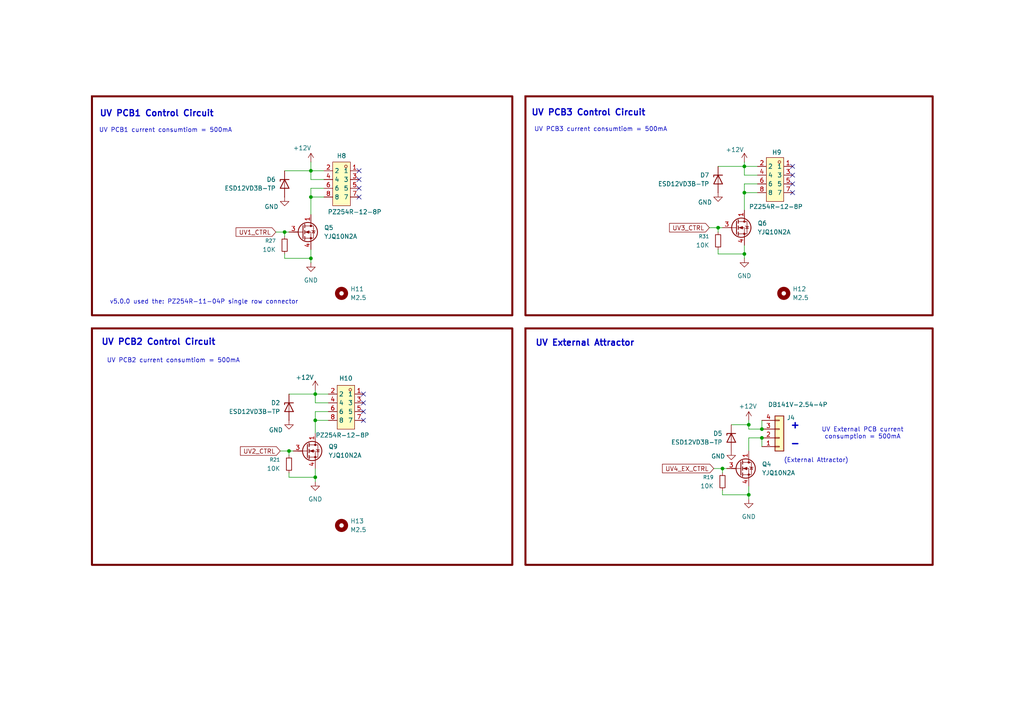
<source format=kicad_sch>
(kicad_sch (version 20250114) (generator "eeschema") (generator_version "9.0")
  (paper "A4")
  (title_block (title "MothBox") (date "2025-09-29") (rev "5.0.2") (company "Digital Naturalism Laboritories"))
  (lib_symbols
    (symbol "Mechanical:MountingHole" (pin_names (offset 1.016)) (in_bom no)
      (property "Reference" "H" (at 0 5.08 0))
      (property "Value" "MountingHole" (at 0 3.175 0))
      (symbol "MountingHole_0_1"
        (circle (center 0 0) (radius 1.27) (stroke (width 1.27)))
      )
    )
    (symbol "MothBox_Symbol_Library:+12V" (power) (pin_numbers (hide yes)) (pin_names (offset 0) (hide yes))
      (property "Value" "+12V" (at 0 3.556 0))
      (symbol "+12V_0_1"
        (polyline (pts (xy -0.762 1.27) (xy 0 2.54)))
        (polyline (pts (xy 0 2.54) (xy 0.762 1.27)))
        (polyline (pts (xy 0 0) (xy 0 2.54)))
      )
      (symbol "+12V_1_1"
        (pin power_in line (at 0 0 90) (length 0) (name "~") (number "1"))
      )
    )
    (symbol "MothBox_Symbol_Library:Conn_01x04" (pin_names (offset 1.016) (hide yes))
      (property "Reference" "J" (at 0 5.08 0))
      (property "Value" "Conn_01x04" (at 0 -7.62 0))
      (symbol "Conn_01x04_1_1"
        (rectangle (start -1.27 3.81) (end 1.27 -6.35) (stroke (width 0.254)) (fill (type background)))
        (rectangle (start -1.27 2.667) (end 0 2.413) (stroke (width 0.1524)))
        (rectangle (start -1.27 0.127) (end 0 -0.127) (stroke (width 0.1524)))
        (rectangle (start -1.27 -2.413) (end 0 -2.667) (stroke (width 0.1524)))
        (rectangle (start -1.27 -4.953) (end 0 -5.207) (stroke (width 0.1524)))
        (pin passive line (at -5.08 2.54 0) (length 3.81) (name "Pin_1") (number "1"))
        (pin passive line (at -5.08 0 0) (length 3.81) (name "Pin_2") (number "2"))
        (pin passive line (at -5.08 -2.54 0) (length 3.81) (name "Pin_3") (number "3"))
        (pin passive line (at -5.08 -5.08 0) (length 3.81) (name "Pin_4") (number "4"))
      )
    )
    (symbol "MothBox_Symbol_Library:ESD5Zxx" (pin_numbers (hide yes)) (pin_names (hide yes))
      (property "Reference" "D" (at 0 2.54 0))
      (property "Value" "ESD5Zxx" (at 0 -2.54 0))
      (symbol "ESD5Zxx_0_1"
        (polyline (pts (xy -1.27 -1.27) (xy -1.27 1.27) (xy -0.762 1.27)) (stroke (width 0.254)))
        (polyline (pts (xy 1.27 0) (xy -1.27 0)))
        (polyline (pts (xy 1.27 -1.27) (xy 1.27 1.27) (xy -1.27 0) (xy 1.27 -1.27)) (stroke (width 0.254)))
      )
      (symbol "ESD5Zxx_1_1"
        (pin passive line (at -3.81 0 0) (length 2.54) (name "K") (number "1"))
        (pin passive line (at 3.81 0 180) (length 2.54) (name "A") (number "2"))
      )
    )
    (symbol "MothBox_Symbol_Library:GND" (power) (pin_numbers (hide yes)) (pin_names (offset 0) (hide yes))
      (property "Value" "GND" (at 0 -3.81 0))
      (symbol "GND_0_1"
        (polyline (pts (xy 0 0) (xy 0 -1.27) (xy 1.27 -1.27) (xy 0 -2.54) (xy -1.27 -1.27) (xy 0 -1.27)))
      )
      (symbol "GND_1_1"
        (pin power_in line (at 0 0 270) (length 0) (name "~") (number "1"))
      )
    )
    (symbol "MothBox_Symbol_Library:PZ254R-12-8P"
      (property "Reference" "H" (at 0 8.89 0))
      (property "Value" "PZ254R-12-8P" (at 0 -8.89 0))
      (symbol "PZ254R-12-8P_0_1"
        (rectangle (start -2.54 6.35) (end 2.54 -6.35) (fill (type background)))
        (circle (center -1.27 5.08) (radius 0.38))
        (pin unspecified line (at -5.08 3.81 0) (length 2.54) (name "1") (number "1"))
        (pin unspecified line (at -5.08 1.27 0) (length 2.54) (name "3") (number "3"))
        (pin unspecified line (at -5.08 -1.27 0) (length 2.54) (name "5") (number "5"))
        (pin unspecified line (at -5.08 -3.81 0) (length 2.54) (name "7") (number "7"))
        (pin unspecified line (at 5.08 3.81 180) (length 2.54) (name "2") (number "2"))
        (pin unspecified line (at 5.08 1.27 180) (length 2.54) (name "4") (number "4"))
        (pin unspecified line (at 5.08 -1.27 180) (length 2.54) (name "6") (number "6"))
        (pin unspecified line (at 5.08 -3.81 180) (length 2.54) (name "8") (number "8"))
      )
    )
    (symbol "MothBox_Symbol_Library:R_Small" (pin_numbers (hide yes)) (pin_names (offset 0.254) (hide yes))
      (property "Reference" "R" (at 0 0 90))
      (property "Value" "R_Small" (at 1.778 0 90))
      (symbol "R_Small_0_1"
        (rectangle (start -0.762 1.778) (end 0.762 -1.778) (stroke (width 0.2032)))
      )
      (symbol "R_Small_1_1"
        (pin passive line (at 0 2.54 270) (length 0.762) (name "~") (number "1"))
        (pin passive line (at 0 -2.54 90) (length 0.762) (name "~") (number "2"))
      )
    )
    (symbol "MothBox_Symbol_Library:YJQ10N2A_1" (pin_names (hide yes))
      (property "Reference" "Q" (at 5.08 1.905 0))
      (property "Value" "YJQ10N2A" (at 5.08 0 0))
      (symbol "YJQ10N2A_1_0_1"
        (polyline (pts (xy 0.254 1.905) (xy 0.254 -1.905)) (stroke (width 0.254)))
        (polyline (pts (xy 0.254 0) (xy -2.54 0)))
        (polyline (pts (xy 0.762 2.286) (xy 0.762 1.27)) (stroke (width 0.254)))
        (polyline (pts (xy 0.762 0.508) (xy 0.762 -0.508)) (stroke (width 0.254)))
        (polyline (pts (xy 0.762 -1.27) (xy 0.762 -2.286)) (stroke (width 0.254)))
        (polyline (pts (xy 0.762 -1.778) (xy 3.302 -1.778) (xy 3.302 1.778) (xy 0.762 1.778)))
        (polyline (pts (xy 1.016 0) (xy 2.032 0.381) (xy 2.032 -0.381) (xy 1.016 0)) (fill (type outline)))
        (circle (center 1.651 0) (radius 2.794) (stroke (width 0.254)))
        (polyline (pts (xy 2.54 2.54) (xy 2.54 1.778)))
        (circle (center 2.54 1.778) (radius 0.254) (fill (type outline)))
        (circle (center 2.54 -1.778) (radius 0.254) (fill (type outline)))
        (polyline (pts (xy 2.54 -2.54) (xy 2.54 0) (xy 0.762 0)))
        (polyline (pts (xy 2.794 0.508) (xy 2.921 0.381) (xy 3.683 0.381) (xy 3.81 0.254)))
        (polyline (pts (xy 3.302 0.381) (xy 2.921 -0.254) (xy 3.683 -0.254) (xy 3.302 0.381)))
      )
      (symbol "YJQ10N2A_1_1_1"
        (pin input line (at -3.81 0 0) (length 2.54) (name "G") (number "3"))
        (pin passive line (at 2.54 5.08 270) (length 2.54) (name "D") (number "1"))
        (pin passive line (at 2.54 5.08 270) (length 2.54) (hide yes) (name "D") (number "2"))
        (pin passive line (at 2.54 5.08 270) (length 2.54) (hide yes) (name "D") (number "5"))
        (pin passive line (at 2.54 5.08 270) (length 2.54) (hide yes) (name "D") (number "6"))
        (pin passive line (at 2.54 5.08 270) (length 2.54) (hide yes) (name "D") (number "8"))
        (pin passive line (at 2.54 -5.08 90) (length 2.54) (name "S") (number "4"))
        (pin passive line (at 2.54 -5.08 90) (length 2.54) (hide yes) (name "S") (number "7"))
      )
    )
    (symbol "YJQ10N2A_1_1_1_1_1" (pin_names (hide yes))
      (property "Reference" "Q" (at 5.08 1.905 0))
      (property "Value" "YJQ10N2A" (at 5.08 0 0))
      (symbol "YJQ10N2A_1_1_1_1_1_0_1"
        (polyline (pts (xy 0.254 1.905) (xy 0.254 -1.905)) (stroke (width 0.254)))
        (polyline (pts (xy 0.254 0) (xy -2.54 0)))
        (polyline (pts (xy 0.762 2.286) (xy 0.762 1.27)) (stroke (width 0.254)))
        (polyline (pts (xy 0.762 0.508) (xy 0.762 -0.508)) (stroke (width 0.254)))
        (polyline (pts (xy 0.762 -1.27) (xy 0.762 -2.286)) (stroke (width 0.254)))
        (polyline (pts (xy 0.762 -1.778) (xy 3.302 -1.778) (xy 3.302 1.778) (xy 0.762 1.778)))
        (polyline (pts (xy 1.016 0) (xy 2.032 0.381) (xy 2.032 -0.381) (xy 1.016 0)) (fill (type outline)))
        (circle (center 1.651 0) (radius 2.794) (stroke (width 0.254)))
        (polyline (pts (xy 2.54 2.54) (xy 2.54 1.778)))
        (circle (center 2.54 1.778) (radius 0.254) (fill (type outline)))
        (circle (center 2.54 -1.778) (radius 0.254) (fill (type outline)))
        (polyline (pts (xy 2.54 -2.54) (xy 2.54 0) (xy 0.762 0)))
        (polyline (pts (xy 2.794 0.508) (xy 2.921 0.381) (xy 3.683 0.381) (xy 3.81 0.254)))
        (polyline (pts (xy 3.302 0.381) (xy 2.921 -0.254) (xy 3.683 -0.254) (xy 3.302 0.381)))
      )
      (symbol "YJQ10N2A_1_1_1_1_1_1_1"
        (pin input line (at -3.81 0 0) (length 2.54) (name "G") (number "3"))
        (pin passive line (at 2.54 5.08 270) (length 2.54) (name "D") (number "1"))
        (pin passive line (at 2.54 5.08 270) (length 2.54) (hide yes) (name "D") (number "2"))
        (pin passive line (at 2.54 5.08 270) (length 2.54) (hide yes) (name "D") (number "3"))
        (pin passive line (at 2.54 5.08 270) (length 2.54) (hide yes) (name "D") (number "5"))
        (pin passive line (at 2.54 5.08 270) (length 2.54) (hide yes) (name "D") (number "6"))
        (pin passive line (at 2.54 5.08 270) (length 2.54) (hide yes) (name "D") (number "8"))
        (pin passive line (at 2.54 -5.08 90) (length 2.54) (name "S") (number "4"))
        (pin passive line (at 2.54 -5.08 90) (length 2.54) (hide yes) (name "S") (number "7"))
      )
    )
    (symbol "YJQ10N2A_2_1_1_1_1" (pin_names (hide yes))
      (property "Reference" "Q" (at 5.08 1.905 0))
      (property "Value" "YJQ10N2A" (at 5.08 0 0))
      (symbol "YJQ10N2A_2_1_1_1_1_0_1"
        (polyline (pts (xy 0.254 1.905) (xy 0.254 -1.905)) (stroke (width 0.254)))
        (polyline (pts (xy 0.254 0) (xy -2.54 0)))
        (polyline (pts (xy 0.762 2.286) (xy 0.762 1.27)) (stroke (width 0.254)))
        (polyline (pts (xy 0.762 0.508) (xy 0.762 -0.508)) (stroke (width 0.254)))
        (polyline (pts (xy 0.762 -1.27) (xy 0.762 -2.286)) (stroke (width 0.254)))
        (polyline (pts (xy 0.762 -1.778) (xy 3.302 -1.778) (xy 3.302 1.778) (xy 0.762 1.778)))
        (polyline (pts (xy 1.016 0) (xy 2.032 0.381) (xy 2.032 -0.381) (xy 1.016 0)) (fill (type outline)))
        (circle (center 1.651 0) (radius 2.794) (stroke (width 0.254)))
        (polyline (pts (xy 2.54 2.54) (xy 2.54 1.778)))
        (circle (center 2.54 1.778) (radius 0.254) (fill (type outline)))
        (circle (center 2.54 -1.778) (radius 0.254) (fill (type outline)))
        (polyline (pts (xy 2.54 -2.54) (xy 2.54 0) (xy 0.762 0)))
        (polyline (pts (xy 2.794 0.508) (xy 2.921 0.381) (xy 3.683 0.381) (xy 3.81 0.254)))
        (polyline (pts (xy 3.302 0.381) (xy 2.921 -0.254) (xy 3.683 -0.254) (xy 3.302 0.381)))
      )
      (symbol "YJQ10N2A_2_1_1_1_1_1_1"
        (pin input line (at -3.81 0 0) (length 2.54) (name "G") (number "3"))
        (pin passive line (at 2.54 5.08 270) (length 2.54) (name "D") (number "1"))
        (pin passive line (at 2.54 5.08 270) (length 2.54) (hide yes) (name "D") (number "2"))
        (pin passive line (at 2.54 5.08 270) (length 2.54) (hide yes) (name "D") (number "3"))
        (pin passive line (at 2.54 5.08 270) (length 2.54) (hide yes) (name "D") (number "5"))
        (pin passive line (at 2.54 5.08 270) (length 2.54) (hide yes) (name "D") (number "6"))
        (pin passive line (at 2.54 5.08 270) (length 2.54) (hide yes) (name "D") (number "8"))
        (pin passive line (at 2.54 -5.08 90) (length 2.54) (name "S") (number "4"))
        (pin passive line (at 2.54 -5.08 90) (length 2.54) (hide yes) (name "S") (number "7"))
      )
    )
    (symbol "YJQ10N2A_3_1_1_1_1" (pin_names (hide yes))
      (property "Reference" "Q" (at 5.08 1.905 0))
      (property "Value" "YJQ10N2A" (at 5.08 0 0))
      (symbol "YJQ10N2A_3_1_1_1_1_0_1"
        (polyline (pts (xy 0.254 1.905) (xy 0.254 -1.905)) (stroke (width 0.254)))
        (polyline (pts (xy 0.254 0) (xy -2.54 0)))
        (polyline (pts (xy 0.762 2.286) (xy 0.762 1.27)) (stroke (width 0.254)))
        (polyline (pts (xy 0.762 0.508) (xy 0.762 -0.508)) (stroke (width 0.254)))
        (polyline (pts (xy 0.762 -1.27) (xy 0.762 -2.286)) (stroke (width 0.254)))
        (polyline (pts (xy 0.762 -1.778) (xy 3.302 -1.778) (xy 3.302 1.778) (xy 0.762 1.778)))
        (polyline (pts (xy 1.016 0) (xy 2.032 0.381) (xy 2.032 -0.381) (xy 1.016 0)) (fill (type outline)))
        (circle (center 1.651 0) (radius 2.794) (stroke (width 0.254)))
        (polyline (pts (xy 2.54 2.54) (xy 2.54 1.778)))
        (circle (center 2.54 1.778) (radius 0.254) (fill (type outline)))
        (circle (center 2.54 -1.778) (radius 0.254) (fill (type outline)))
        (polyline (pts (xy 2.54 -2.54) (xy 2.54 0) (xy 0.762 0)))
        (polyline (pts (xy 2.794 0.508) (xy 2.921 0.381) (xy 3.683 0.381) (xy 3.81 0.254)))
        (polyline (pts (xy 3.302 0.381) (xy 2.921 -0.254) (xy 3.683 -0.254) (xy 3.302 0.381)))
      )
      (symbol "YJQ10N2A_3_1_1_1_1_1_1"
        (pin input line (at -3.81 0 0) (length 2.54) (name "G") (number "3"))
        (pin passive line (at 2.54 5.08 270) (length 2.54) (name "D") (number "1"))
        (pin passive line (at 2.54 5.08 270) (length 2.54) (hide yes) (name "D") (number "2"))
        (pin passive line (at 2.54 5.08 270) (length 2.54) (hide yes) (name "D") (number "3"))
        (pin passive line (at 2.54 5.08 270) (length 2.54) (hide yes) (name "D") (number "5"))
        (pin passive line (at 2.54 5.08 270) (length 2.54) (hide yes) (name "D") (number "6"))
        (pin passive line (at 2.54 5.08 270) (length 2.54) (hide yes) (name "D") (number "8"))
        (pin passive line (at 2.54 -5.08 90) (length 2.54) (name "S") (number "4"))
        (pin passive line (at 2.54 -5.08 90) (length 2.54) (hide yes) (name "S") (number "7"))
      )
    )
    (symbol "YJQ10N2A_4_1_1_1_1" (pin_names (hide yes))
      (property "Reference" "Q" (at 5.08 1.905 0))
      (property "Value" "YJQ10N2A" (at 5.08 0 0))
      (symbol "YJQ10N2A_4_1_1_1_1_0_1"
        (polyline (pts (xy 0.254 1.905) (xy 0.254 -1.905)) (stroke (width 0.254)))
        (polyline (pts (xy 0.254 0) (xy -2.54 0)))
        (polyline (pts (xy 0.762 2.286) (xy 0.762 1.27)) (stroke (width 0.254)))
        (polyline (pts (xy 0.762 0.508) (xy 0.762 -0.508)) (stroke (width 0.254)))
        (polyline (pts (xy 0.762 -1.27) (xy 0.762 -2.286)) (stroke (width 0.254)))
        (polyline (pts (xy 0.762 -1.778) (xy 3.302 -1.778) (xy 3.302 1.778) (xy 0.762 1.778)))
        (polyline (pts (xy 1.016 0) (xy 2.032 0.381) (xy 2.032 -0.381) (xy 1.016 0)) (fill (type outline)))
        (circle (center 1.651 0) (radius 2.794) (stroke (width 0.254)))
        (polyline (pts (xy 2.54 2.54) (xy 2.54 1.778)))
        (circle (center 2.54 1.778) (radius 0.254) (fill (type outline)))
        (circle (center 2.54 -1.778) (radius 0.254) (fill (type outline)))
        (polyline (pts (xy 2.54 -2.54) (xy 2.54 0) (xy 0.762 0)))
        (polyline (pts (xy 2.794 0.508) (xy 2.921 0.381) (xy 3.683 0.381) (xy 3.81 0.254)))
        (polyline (pts (xy 3.302 0.381) (xy 2.921 -0.254) (xy 3.683 -0.254) (xy 3.302 0.381)))
      )
      (symbol "YJQ10N2A_4_1_1_1_1_1_1"
        (pin input line (at -3.81 0 0) (length 2.54) (name "G") (number "3"))
        (pin passive line (at 2.54 5.08 270) (length 2.54) (name "D") (number "1"))
        (pin passive line (at 2.54 5.08 270) (length 2.54) (hide yes) (name "D") (number "2"))
        (pin passive line (at 2.54 5.08 270) (length 2.54) (hide yes) (name "D") (number "3"))
        (pin passive line (at 2.54 5.08 270) (length 2.54) (hide yes) (name "D") (number "5"))
        (pin passive line (at 2.54 5.08 270) (length 2.54) (hide yes) (name "D") (number "6"))
        (pin passive line (at 2.54 5.08 270) (length 2.54) (hide yes) (name "D") (number "8"))
        (pin passive line (at 2.54 -5.08 90) (length 2.54) (name "S") (number "4"))
        (pin passive line (at 2.54 -5.08 90) (length 2.54) (hide yes) (name "S") (number "7"))
      )
    )
  )
  (rectangle (start 26.67 27.94) (end 148.59 91.44) (stroke (width 0.5842) (color 110 0 0 1)))
  (rectangle (start 152.4 27.94) (end 270.51 91.44) (stroke (width 0.5842) (color 110 0 0 1)))
  (rectangle (start 152.4 95.25) (end 270.51 163.83) (stroke (width 0.5842) (color 110 0 0 1)))
  (rectangle (start 26.67 95.25) (end 148.59 163.83) (stroke (width 0.5842) (color 110 0 0 1)))
  (text "UV External Attractor" (at 169.672 99.568 0) (effects (font (size 1.778 1.778) (thickness 0.3556) (bold yes))))
  (text "(External Attractor)" (at 236.728 133.604 0) (effects (font (size 1.27 1.27))))
  (text "UV PCB1 Control Circuit" (at 45.466 33.02 0) (effects (font (size 1.778 1.778) (thickness 0.3556) (bold yes))))
  (text "UV PCB3 Control Circuit" (at 170.688 32.766 0) (effects (font (size 1.778 1.778) (thickness 0.3556) (bold yes))))
  (text "UV PCB1 current consumtiom = 500mA" (at 48.006 37.846 0) (effects (font (size 1.27 1.27))))
  (text "UV PCB2 current consumtiom = 500mA" (at 50.292 104.648 0) (effects (font (size 1.27 1.27))))
  (text "-" (at 230.632 128.778 0) (effects (font (size 2 2) (thickness 0.4) (bold yes))))
  (text "v5.0.0 used the: PZ254R-11-04P single row connector" (at 59.182 87.63 0) (effects (font (size 1.27 1.27))))
  (text "+" (at 230.632 123.444 0) (effects (font (size 2 2) (thickness 0.4) (bold yes))))
  (text "UV PCB3 current consumtiom = 500mA" (at 174.244 37.592 0) (effects (font (size 1.27 1.27))))
  (text "UV PCB2 Control Circuit" (at 45.974 99.314 0) (effects (font (size 1.778 1.778) (thickness 0.3556) (bold yes))))
  (text "UV External PCB current\nconsumption = 500mA" (at 250.19 125.73 0) (effects (font (size 1.27 1.27))))
  (junction (at 83.82 130.81))
  (junction (at 217.17 143.51))
  (junction (at 215.9 55.88))
  (junction (at 220.98 124.46))
  (junction (at 215.9 48.26))
  (junction (at 82.55 67.31))
  (junction (at 91.44 121.92))
  (junction (at 209.55 135.89))
  (junction (at 220.98 127))
  (junction (at 208.28 66.04))
  (junction (at 217.17 123.19))
  (junction (at 215.9 73.66))
  (junction (at 90.17 57.15))
  (junction (at 91.44 138.43))
  (junction (at 90.17 74.93))
  (junction (at 90.17 49.53))
  (junction (at 91.44 114.3))
  (no_connect (at 229.87 50.8))
  (no_connect (at 105.41 116.84))
  (no_connect (at 229.87 48.26))
  (no_connect (at 229.87 55.88))
  (no_connect (at 105.41 119.38))
  (no_connect (at 104.14 52.07))
  (no_connect (at 104.14 57.15))
  (no_connect (at 104.14 54.61))
  (no_connect (at 105.41 114.3))
  (no_connect (at 105.41 121.92))
  (no_connect (at 104.14 49.53))
  (no_connect (at 229.87 53.34))
  (wire (pts (xy 219.71 53.34) (xy 215.9 53.34)))
  (wire (pts (xy 207.01 135.89) (xy 209.55 135.89)))
  (wire (pts (xy 91.44 121.92) (xy 91.44 119.38)))
  (wire (pts (xy 93.98 54.61) (xy 90.17 54.61)))
  (wire (pts (xy 82.55 74.93) (xy 90.17 74.93)))
  (wire (pts (xy 83.82 114.3) (xy 91.44 114.3)))
  (wire (pts (xy 209.55 135.89) (xy 209.55 137.16)))
  (wire (pts (xy 83.82 137.16) (xy 83.82 138.43)))
  (wire (pts (xy 220.98 127) (xy 220.98 129.54)))
  (wire (pts (xy 217.17 127) (xy 220.98 127)))
  (wire (pts (xy 217.17 124.46) (xy 220.98 124.46)))
  (wire (pts (xy 90.17 57.15) (xy 90.17 62.23)))
  (wire (pts (xy 209.55 142.24) (xy 209.55 143.51)))
  (wire (pts (xy 83.82 130.81) (xy 85.09 130.81)))
  (wire (pts (xy 95.25 114.3) (xy 91.44 114.3)))
  (wire (pts (xy 91.44 121.92) (xy 95.25 121.92)))
  (wire (pts (xy 215.9 55.88) (xy 215.9 53.34)))
  (wire (pts (xy 215.9 46.99) (xy 215.9 48.26)))
  (wire (pts (xy 91.44 121.92) (xy 91.44 125.73)))
  (wire (pts (xy 217.17 127) (xy 217.17 130.81)))
  (wire (pts (xy 91.44 116.84) (xy 91.44 114.3)))
  (wire (pts (xy 93.98 57.15) (xy 90.17 57.15)))
  (wire (pts (xy 95.25 119.38) (xy 91.44 119.38)))
  (wire (pts (xy 91.44 138.43) (xy 91.44 139.7)))
  (wire (pts (xy 219.71 48.26) (xy 215.9 48.26)))
  (wire (pts (xy 209.55 143.51) (xy 217.17 143.51)))
  (wire (pts (xy 82.55 67.31) (xy 82.55 68.58)))
  (wire (pts (xy 93.98 49.53) (xy 90.17 49.53)))
  (wire (pts (xy 90.17 54.61) (xy 90.17 57.15)))
  (wire (pts (xy 81.28 130.81) (xy 83.82 130.81)))
  (wire (pts (xy 208.28 73.66) (xy 215.9 73.66)))
  (wire (pts (xy 82.55 73.66) (xy 82.55 74.93)))
  (wire (pts (xy 90.17 72.39) (xy 90.17 74.93)))
  (wire (pts (xy 82.55 49.53) (xy 90.17 49.53)))
  (wire (pts (xy 83.82 130.81) (xy 83.82 132.08)))
  (wire (pts (xy 90.17 46.99) (xy 90.17 49.53)))
  (wire (pts (xy 91.44 135.89) (xy 91.44 138.43)))
  (wire (pts (xy 215.9 55.88) (xy 215.9 60.96)))
  (wire (pts (xy 217.17 121.92) (xy 217.17 123.19)))
  (wire (pts (xy 208.28 48.26) (xy 215.9 48.26)))
  (wire (pts (xy 208.28 72.39) (xy 208.28 73.66)))
  (wire (pts (xy 219.71 55.88) (xy 215.9 55.88)))
  (wire (pts (xy 217.17 123.19) (xy 217.17 124.46)))
  (wire (pts (xy 91.44 113.03) (xy 91.44 114.3)))
  (wire (pts (xy 205.74 66.04) (xy 208.28 66.04)))
  (wire (pts (xy 215.9 71.12) (xy 215.9 73.66)))
  (wire (pts (xy 217.17 143.51) (xy 217.17 144.78)))
  (wire (pts (xy 90.17 52.07) (xy 90.17 49.53)))
  (wire (pts (xy 217.17 140.97) (xy 217.17 143.51)))
  (wire (pts (xy 215.9 50.8) (xy 215.9 48.26)))
  (wire (pts (xy 82.55 67.31) (xy 83.82 67.31)))
  (wire (pts (xy 212.09 123.19) (xy 217.17 123.19)))
  (wire (pts (xy 209.55 135.89) (xy 210.82 135.89)))
  (wire (pts (xy 90.17 74.93) (xy 90.17 76.2)))
  (wire (pts (xy 80.01 67.31) (xy 82.55 67.31)))
  (wire (pts (xy 215.9 73.66) (xy 215.9 74.93)))
  (wire (pts (xy 95.25 116.84) (xy 91.44 116.84)))
  (wire (pts (xy 93.98 52.07) (xy 90.17 52.07)))
  (wire (pts (xy 83.82 138.43) (xy 91.44 138.43)))
  (wire (pts (xy 220.98 121.92) (xy 220.98 124.46)))
  (wire (pts (xy 208.28 66.04) (xy 208.28 67.31)))
  (wire (pts (xy 219.71 50.8) (xy 215.9 50.8)))
  (wire (pts (xy 208.28 66.04) (xy 209.55 66.04)))
  (global_label "UV1_CTRL" (shape input) (at 80.01 67.31 180) (property "Intersheetrefs" "${INTERSHEET_REFS}" (effects (hide yes))))
  (global_label "UV4_EX_CTRL" (shape input) (at 207.01 135.89 180) (property "Intersheetrefs" "${INTERSHEET_REFS}" (effects (hide yes))))
  (global_label "UV2_CTRL" (shape input) (at 81.28 130.81 180) (property "Intersheetrefs" "${INTERSHEET_REFS}" (effects (hide yes))))
  (global_label "UV3_CTRL" (shape input) (at 205.74 66.04 180) (property "Intersheetrefs" "${INTERSHEET_REFS}" (effects (hide yes))))
  (symbol (lib_id "MothBox_Symbol_Library:GND") (at 215.9 74.93 0) (unit 1)
    (property "Reference" "#PWR042" (effects (hide yes)))
    (property "Value" "GND" (at 215.9 80.01 0))
    (property "Description" "Power symbol creates a global label with name \"GND\" , ground" (effects (hide yes)))
  )
  (symbol (lib_id "MothBox_Symbol_Library:GND") (at 217.17 144.78 0) (unit 1)
    (property "Reference" "#PWR038" (effects (hide yes)))
    (property "Value" "GND" (at 217.17 149.86 0))
    (property "Description" "Power symbol creates a global label with name \"GND\" , ground" (effects (hide yes)))
  )
  (symbol (lib_id "MothBox_Symbol_Library:+12V") (at 91.44 113.03 0) (mirror y) (unit 1)
    (property "Reference" "#PWR039" (effects (hide yes)))
    (property "Value" "+12V" (at 88.392 109.474 0))
    (property "Description" "Power symbol creates a global label with name \"+12V\"" (effects (hide yes)))
  )
  (symbol (lib_id "MothBox_Symbol_Library:YJQ10N2A_1") (at 213.36 66.04 0) (unit 1)
    (property "Reference" "Q6" (at 219.71 64.7699 0) (effects (justify left)))
    (property "Value" "YJQ10N2A" (at 219.71 67.3099 0) (effects (justify left)))
    (property "Footprint" "MothBox_footprints_Library:U-DFN2020-6_L2.0-W2.0-P0.65-BL" (effects (hide yes)))
    (property "Description" "20V Vds, 10V Vgs, 13A Id, 9.5m Ohm, N-Channel MOSFET, DFN2020-3" (effects (hide yes)))
    (property "LCSC_Part" "C919558" (effects (hide yes)))
  )
  (symbol (lib_id "MothBox_Symbol_Library:Conn_01x04") (at 226.06 127 0) (mirror x) (unit 1)
    (property "Reference" "J4" (at 229.362 121.158 0))
    (property "Value" "DB141V-2.54-4P" (at 231.394 117.348 0))
    (property "Footprint" "MothBox_footprints_Library:CONN-TH_4P-P2.54_DIBO_DB141V-2.54-4P" (effects (hide yes)))
    (property "Description" "Generic connector, single row, 01x04, script generated (kicad-library-utils/schlib/autogen/connector/)" (effects (hide yes)))
    (property "LCSC_Part" "C2898746" (effects (hide yes)))
  )
  (symbol (lib_id "MothBox_Symbol_Library:GND") (at 212.09 130.81 0) (mirror y) (unit 1)
    (property "Reference" "#PWR045" (effects (hide yes)))
    (property "Value" "GND" (at 208.28 132.334 0))
    (property "Description" "Power symbol creates a global label with name \"GND\" , ground" (effects (hide yes)))
  )
  (symbol (lib_id "Mechanical:MountingHole") (at 227.33 85.09 0) (unit 1) (in_bom no)
    (property "Reference" "H12" (at 229.87 83.8199 0) (effects (justify left)))
    (property "Value" "M2.5" (at 229.87 86.3599 0) (effects (justify left)))
    (property "Footprint" "MountingHole:MountingHole_2.7mm" (effects (hide yes)))
    (property "Description" "Mounting Hole without connection" (effects (hide yes)))
  )
  (symbol (lib_id "MothBox_Symbol_Library:ESD5Zxx") (at 83.82 118.11 90) (mirror x) (unit 1)
    (property "Reference" "D2" (at 81.28 116.8399 90) (effects (justify left)))
    (property "Value" "ESD12VD3B-TP" (at 81.28 119.3799 90) (effects (justify left)))
    (property "Footprint" "MothBox_footprints_Library:D_SOD-323" (effects (hide yes)))
    (property "Datasheet" "https://www.lcsc.com/datasheet/lcsc_datasheet_2410121813_MCC-Micro-Commercial-Components-ESD12VD3B-TP_C435886.pdf" (effects (hide yes)))
    (property "Description" "15.5V 350W 13.5V 12V SOD-323 ESD and Surge Protection (TVS/ESD) ROHS" (effects (hide yes)))
    (property "LCSC_Part" "C435886" (effects (hide yes)))
  )
  (symbol (lib_id "MothBox_Symbol_Library:ESD5Zxx") (at 82.55 53.34 90) (mirror x) (unit 1)
    (property "Reference" "D6" (at 80.01 52.0699 90) (effects (justify left)))
    (property "Value" "ESD12VD3B-TP" (at 80.01 54.6099 90) (effects (justify left)))
    (property "Footprint" "MothBox_footprints_Library:D_SOD-323" (effects (hide yes)))
    (property "Datasheet" "https://www.lcsc.com/datasheet/lcsc_datasheet_2410121813_MCC-Micro-Commercial-Components-ESD12VD3B-TP_C435886.pdf" (effects (hide yes)))
    (property "Description" "15.5V 350W 13.5V 12V SOD-323 ESD and Surge Protection (TVS/ESD) ROHS" (effects (hide yes)))
    (property "LCSC_Part" "C435886" (effects (hide yes)))
  )
  (symbol (lib_id "MothBox_Symbol_Library:ESD5Zxx") (at 212.09 127 90) (mirror x) (unit 1)
    (property "Reference" "D5" (at 209.55 125.7299 90) (effects (justify left)))
    (property "Value" "ESD12VD3B-TP" (at 209.55 128.2699 90) (effects (justify left)))
    (property "Footprint" "MothBox_footprints_Library:D_SOD-323" (effects (hide yes)))
    (property "Datasheet" "https://www.lcsc.com/datasheet/lcsc_datasheet_2410121813_MCC-Micro-Commercial-Components-ESD12VD3B-TP_C435886.pdf" (effects (hide yes)))
    (property "Description" "15.5V 350W 13.5V 12V SOD-323 ESD and Surge Protection (TVS/ESD) ROHS" (effects (hide yes)))
    (property "LCSC_Part" "C435886" (effects (hide yes)))
  )
  (symbol (lib_id "MothBox_Symbol_Library:ESD5Zxx") (at 208.28 52.07 90) (mirror x) (unit 1)
    (property "Reference" "D7" (at 205.74 50.7999 90) (effects (justify left)))
    (property "Value" "ESD12VD3B-TP" (at 205.74 53.3399 90) (effects (justify left)))
    (property "Footprint" "MothBox_footprints_Library:D_SOD-323" (effects (hide yes)))
    (property "Datasheet" "https://www.lcsc.com/datasheet/lcsc_datasheet_2410121813_MCC-Micro-Commercial-Components-ESD12VD3B-TP_C435886.pdf" (effects (hide yes)))
    (property "Description" "15.5V 350W 13.5V 12V SOD-323 ESD and Surge Protection (TVS/ESD) ROHS" (effects (hide yes)))
    (property "LCSC_Part" "C435886" (effects (hide yes)))
  )
  (symbol (lib_id "MothBox_Symbol_Library:GND") (at 83.82 121.92 0) (mirror y) (unit 1)
    (property "Reference" "#PWR049" (effects (hide yes)))
    (property "Value" "GND" (at 80.01 124.714 0))
    (property "Description" "Power symbol creates a global label with name \"GND\" , ground" (effects (hide yes)))
  )
  (symbol (lib_id "MothBox_Symbol_Library:R_Small") (at 208.28 69.85 0) (mirror y) (unit 1)
    (property "Reference" "R31" (at 205.74 68.5799 0) (effects (font (size 1.016 1.016)) (justify left)))
    (property "Value" "10K" (at 205.74 71.1199 0) (effects (justify left)))
    (property "Footprint" "MothBox_footprints_Library:R_0603_1608Metric" (effects (hide yes)))
    (property "Description" "Resistor, small symbol" (effects (hide yes)))
    (property "LCSC_Part" "C25804" (effects (hide yes)))
  )
  (symbol (lib_id "MothBox_Symbol_Library:YJQ10N2A_1") (at 214.63 135.89 0) (unit 1)
    (property "Reference" "Q4" (at 220.98 134.6199 0) (effects (justify left)))
    (property "Value" "YJQ10N2A" (at 220.98 137.1599 0) (effects (justify left)))
    (property "Footprint" "MothBox_footprints_Library:U-DFN2020-6_L2.0-W2.0-P0.65-BL" (effects (hide yes)))
    (property "Description" "20V Vds, 10V Vgs, 13A Id, 9.5m Ohm, N-Channel MOSFET, DFN2020-3" (effects (hide yes)))
    (property "LCSC_Part" "C919558" (effects (hide yes)))
  )
  (symbol (lib_id "MothBox_Symbol_Library:YJQ10N2A_1") (at 88.9 130.81 0) (unit 1)
    (property "Reference" "Q9" (at 95.25 129.5399 0) (effects (justify left)))
    (property "Value" "YJQ10N2A" (at 95.25 132.0799 0) (effects (justify left)))
    (property "Footprint" "MothBox_footprints_Library:U-DFN2020-6_L2.0-W2.0-P0.65-BL" (effects (hide yes)))
    (property "Description" "20V Vds, 10V Vgs, 13A Id, 9.5m Ohm, N-Channel MOSFET, DFN2020-3" (effects (hide yes)))
    (property "LCSC_Part" "C919558" (effects (hide yes)))
  )
  (symbol (lib_id "MothBox_Symbol_Library:PZ254R-12-8P") (at 100.33 118.11 0) (mirror y) (unit 1)
    (property "Reference" "H10" (at 100.33 109.728 0))
    (property "Value" "PZ254R-12-8P" (at 99.314 126.238 0))
    (property "Footprint" "MothBox_footprints_Library:HDR-TH_8P-P2.54-H-M-R2-C4-S2.54" (effects (hide yes)))
    (property "Datasheet" "https://lcsc.com/product-detail/Pin-Header-Female-Header_XFCN-PZ254R-12-8P_C492432.html" (effects (hide yes)))
    (property "LCSC_Part" "C492432" (effects (hide yes)))
  )
  (symbol (lib_id "MothBox_Symbol_Library:+12V") (at 217.17 121.92 0) (mirror y) (unit 1)
    (property "Reference" "#PWR053" (effects (hide yes)))
    (property "Value" "+12V" (at 216.916 117.856 0))
    (property "Description" "Power symbol creates a global label with name \"+12V\"" (effects (hide yes)))
  )
  (symbol (lib_id "MothBox_Symbol_Library:GND") (at 208.28 55.88 0) (mirror y) (unit 1)
    (property "Reference" "#PWR047" (effects (hide yes)))
    (property "Value" "GND" (at 204.47 58.674 0))
    (property "Description" "Power symbol creates a global label with name \"GND\" , ground" (effects (hide yes)))
  )
  (symbol (lib_id "Mechanical:MountingHole") (at 99.06 152.4 0) (unit 1) (in_bom no)
    (property "Reference" "H13" (at 101.6 151.1299 0) (effects (justify left)))
    (property "Value" "M2.5" (at 101.6 153.6699 0) (effects (justify left)))
    (property "Footprint" "MountingHole:MountingHole_2.7mm" (effects (hide yes)))
    (property "Description" "Mounting Hole without connection" (effects (hide yes)))
  )
  (symbol (lib_id "MothBox_Symbol_Library:GND") (at 91.44 139.7 0) (unit 1)
    (property "Reference" "#PWR044" (effects (hide yes)))
    (property "Value" "GND" (at 91.44 144.78 0))
    (property "Description" "Power symbol creates a global label with name \"GND\" , ground" (effects (hide yes)))
  )
  (symbol (lib_id "MothBox_Symbol_Library:R_Small") (at 83.82 134.62 0) (mirror y) (unit 1)
    (property "Reference" "R21" (at 81.28 133.3499 0) (effects (font (size 1.016 1.016)) (justify left)))
    (property "Value" "10K" (at 81.28 135.8899 0) (effects (justify left)))
    (property "Footprint" "MothBox_footprints_Library:R_0603_1608Metric" (effects (hide yes)))
    (property "Description" "Resistor, small symbol" (effects (hide yes)))
    (property "LCSC_Part" "C25804" (effects (hide yes)))
  )
  (symbol (lib_id "MothBox_Symbol_Library:GND") (at 82.55 57.15 0) (mirror y) (unit 1)
    (property "Reference" "#PWR046" (effects (hide yes)))
    (property "Value" "GND" (at 78.74 59.944 0))
    (property "Description" "Power symbol creates a global label with name \"GND\" , ground" (effects (hide yes)))
  )
  (symbol (lib_id "MothBox_Symbol_Library:YJQ10N2A_1") (at 87.63 67.31 0) (unit 1)
    (property "Reference" "Q5" (at 93.98 66.0399 0) (effects (justify left)))
    (property "Value" "YJQ10N2A" (at 93.98 68.5799 0) (effects (justify left)))
    (property "Footprint" "MothBox_footprints_Library:U-DFN2020-6_L2.0-W2.0-P0.65-BL" (effects (hide yes)))
    (property "Description" "20V Vds, 10V Vgs, 13A Id, 9.5m Ohm, N-Channel MOSFET, DFN2020-3" (effects (hide yes)))
    (property "LCSC_Part" "C919558" (effects (hide yes)))
  )
  (symbol (lib_id "MothBox_Symbol_Library:PZ254R-12-8P") (at 99.06 53.34 0) (mirror y) (unit 1)
    (property "Reference" "H8" (at 99.06 45.212 0))
    (property "Value" "PZ254R-12-8P" (at 102.87 61.468 0))
    (property "Footprint" "MothBox_footprints_Library:HDR-TH_8P-P2.54-H-M-R2-C4-S2.54" (effects (hide yes)))
    (property "Datasheet" "https://lcsc.com/product-detail/Pin-Header-Female-Header_XFCN-PZ254R-12-8P_C492432.html" (effects (hide yes)))
    (property "LCSC_Part" "C492432" (effects (hide yes)))
  )
  (symbol (lib_id "MothBox_Symbol_Library:PZ254R-12-8P") (at 224.79 52.07 0) (mirror y) (unit 1)
    (property "Reference" "H9" (at 225.298 44.196 0))
    (property "Value" "PZ254R-12-8P" (at 225.044 59.944 0))
    (property "Footprint" "MothBox_footprints_Library:HDR-TH_8P-P2.54-H-M-R2-C4-S2.54" (effects (hide yes)))
    (property "Datasheet" "https://lcsc.com/product-detail/Pin-Header-Female-Header_XFCN-PZ254R-12-8P_C492432.html" (effects (hide yes)))
    (property "LCSC_Part" "C492432" (effects (hide yes)))
  )
  (symbol (lib_id "MothBox_Symbol_Library:+12V") (at 215.9 46.99 0) (unit 1)
    (property "Reference" "#PWR043" (effects (hide yes)))
    (property "Value" "+12V" (at 213.106 43.434 0))
    (property "Description" "Power symbol creates a global label with name \"+12V\"" (effects (hide yes)))
  )
  (symbol (lib_id "MothBox_Symbol_Library:+12V") (at 90.17 46.99 0) (unit 1)
    (property "Reference" "#PWR040" (effects (hide yes)))
    (property "Value" "+12V" (at 87.63 42.926 0))
    (property "Description" "Power symbol creates a global label with name \"+12V\"" (effects (hide yes)))
  )
  (symbol (lib_id "MothBox_Symbol_Library:GND") (at 90.17 76.2 0) (unit 1)
    (property "Reference" "#PWR041" (effects (hide yes)))
    (property "Value" "GND" (at 90.17 81.28 0))
    (property "Description" "Power symbol creates a global label with name \"GND\" , ground" (effects (hide yes)))
  )
  (symbol (lib_id "Mechanical:MountingHole") (at 99.06 85.09 0) (unit 1) (in_bom no)
    (property "Reference" "H11" (at 101.6 83.8199 0) (effects (justify left)))
    (property "Value" "M2.5" (at 101.6 86.3599 0) (effects (justify left)))
    (property "Footprint" "MountingHole:MountingHole_2.7mm" (effects (hide yes)))
    (property "Description" "Mounting Hole without connection" (effects (hide yes)))
  )
  (symbol (lib_id "MothBox_Symbol_Library:R_Small") (at 209.55 139.7 0) (mirror y) (unit 1)
    (property "Reference" "R19" (at 207.01 138.4299 0) (effects (font (size 1.016 1.016)) (justify left)))
    (property "Value" "10K" (at 207.01 140.9699 0) (effects (justify left)))
    (property "Footprint" "MothBox_footprints_Library:R_0603_1608Metric" (effects (hide yes)))
    (property "Description" "Resistor, small symbol" (effects (hide yes)))
    (property "LCSC_Part" "C25804" (effects (hide yes)))
  )
  (symbol (lib_id "MothBox_Symbol_Library:R_Small") (at 82.55 71.12 0) (mirror y) (unit 1)
    (property "Reference" "R27" (at 80.01 69.8499 0) (effects (font (size 1.016 1.016)) (justify left)))
    (property "Value" "10K" (at 80.01 72.3899 0) (effects (justify left)))
    (property "Footprint" "MothBox_footprints_Library:R_0603_1608Metric" (effects (hide yes)))
    (property "Description" "Resistor, small symbol" (effects (hide yes)))
    (property "LCSC_Part" "C25804" (effects (hide yes)))
  )
)
</source>
